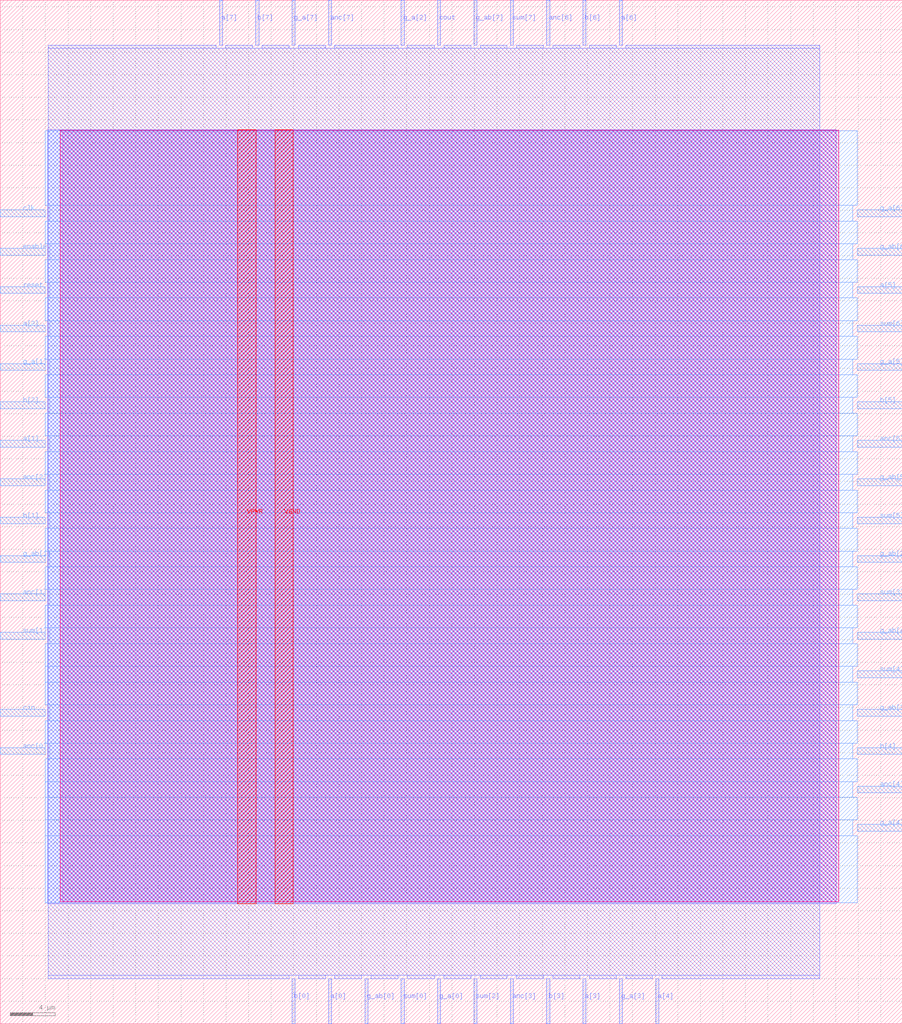
<source format=lef>
VERSION 5.7 ;
  NOWIREEXTENSIONATPIN ON ;
  DIVIDERCHAR "/" ;
  BUSBITCHARS "[]" ;
MACRO reversible_wrapper
  CLASS BLOCK ;
  FOREIGN reversible_wrapper ;
  ORIGIN 0.000 0.000 ;
  SIZE 79.885 BY 90.605 ;
  PIN VGND
    DIRECTION INOUT ;
    USE GROUND ;
    PORT
      LAYER met4 ;
        RECT 24.340 10.640 25.940 79.120 ;
    END
  END VGND
  PIN VPWR
    DIRECTION INOUT ;
    USE POWER ;
    PORT
      LAYER met4 ;
        RECT 21.040 10.640 22.640 79.120 ;
    END
  END VPWR
  PIN a[0]
    DIRECTION INPUT ;
    USE SIGNAL ;
    ANTENNAGATEAREA 0.196500 ;
    PORT
      LAYER met2 ;
        RECT 29.070 0.000 29.350 4.000 ;
    END
  END a[0]
  PIN a[1]
    DIRECTION INPUT ;
    USE SIGNAL ;
    ANTENNAGATEAREA 0.196500 ;
    PORT
      LAYER met3 ;
        RECT 0.000 51.040 4.000 51.640 ;
    END
  END a[1]
  PIN a[2]
    DIRECTION INPUT ;
    USE SIGNAL ;
    ANTENNAGATEAREA 0.196500 ;
    PORT
      LAYER met3 ;
        RECT 0.000 61.240 4.000 61.840 ;
    END
  END a[2]
  PIN a[3]
    DIRECTION INPUT ;
    USE SIGNAL ;
    ANTENNAGATEAREA 0.196500 ;
    PORT
      LAYER met2 ;
        RECT 51.610 0.000 51.890 4.000 ;
    END
  END a[3]
  PIN a[4]
    DIRECTION INPUT ;
    USE SIGNAL ;
    ANTENNAGATEAREA 0.196500 ;
    PORT
      LAYER met2 ;
        RECT 58.050 0.000 58.330 4.000 ;
    END
  END a[4]
  PIN a[5]
    DIRECTION INPUT ;
    USE SIGNAL ;
    ANTENNAGATEAREA 0.196500 ;
    PORT
      LAYER met3 ;
        RECT 75.885 64.640 79.885 65.240 ;
    END
  END a[5]
  PIN a[6]
    DIRECTION INPUT ;
    USE SIGNAL ;
    ANTENNAGATEAREA 0.196500 ;
    PORT
      LAYER met2 ;
        RECT 54.830 86.605 55.110 90.605 ;
    END
  END a[6]
  PIN a[7]
    DIRECTION INPUT ;
    USE SIGNAL ;
    ANTENNAGATEAREA 0.196500 ;
    PORT
      LAYER met2 ;
        RECT 19.410 86.605 19.690 90.605 ;
    END
  END a[7]
  PIN anc[0]
    DIRECTION INPUT ;
    USE SIGNAL ;
    ANTENNAGATEAREA 0.196500 ;
    PORT
      LAYER met3 ;
        RECT 0.000 23.840 4.000 24.440 ;
    END
  END anc[0]
  PIN anc[1]
    DIRECTION INPUT ;
    USE SIGNAL ;
    ANTENNAGATEAREA 0.196500 ;
    PORT
      LAYER met3 ;
        RECT 0.000 37.440 4.000 38.040 ;
    END
  END anc[1]
  PIN anc[2]
    DIRECTION INPUT ;
    USE SIGNAL ;
    ANTENNAGATEAREA 0.196500 ;
    PORT
      LAYER met3 ;
        RECT 0.000 47.640 4.000 48.240 ;
    END
  END anc[2]
  PIN anc[3]
    DIRECTION INPUT ;
    USE SIGNAL ;
    ANTENNAGATEAREA 0.196500 ;
    PORT
      LAYER met2 ;
        RECT 45.170 0.000 45.450 4.000 ;
    END
  END anc[3]
  PIN anc[4]
    DIRECTION INPUT ;
    USE SIGNAL ;
    ANTENNAGATEAREA 0.196500 ;
    PORT
      LAYER met3 ;
        RECT 75.885 20.440 79.885 21.040 ;
    END
  END anc[4]
  PIN anc[5]
    DIRECTION INPUT ;
    USE SIGNAL ;
    ANTENNAGATEAREA 0.196500 ;
    PORT
      LAYER met3 ;
        RECT 75.885 51.040 79.885 51.640 ;
    END
  END anc[5]
  PIN anc[6]
    DIRECTION INPUT ;
    USE SIGNAL ;
    ANTENNAGATEAREA 0.196500 ;
    PORT
      LAYER met2 ;
        RECT 48.390 86.605 48.670 90.605 ;
    END
  END anc[6]
  PIN anc[7]
    DIRECTION INPUT ;
    USE SIGNAL ;
    ANTENNAGATEAREA 0.196500 ;
    PORT
      LAYER met2 ;
        RECT 29.070 86.605 29.350 90.605 ;
    END
  END anc[7]
  PIN b[0]
    DIRECTION INPUT ;
    USE SIGNAL ;
    ANTENNAGATEAREA 0.196500 ;
    PORT
      LAYER met2 ;
        RECT 25.850 0.000 26.130 4.000 ;
    END
  END b[0]
  PIN b[1]
    DIRECTION INPUT ;
    USE SIGNAL ;
    ANTENNAGATEAREA 0.196500 ;
    PORT
      LAYER met3 ;
        RECT 0.000 44.240 4.000 44.840 ;
    END
  END b[1]
  PIN b[2]
    DIRECTION INPUT ;
    USE SIGNAL ;
    ANTENNAGATEAREA 0.196500 ;
    PORT
      LAYER met3 ;
        RECT 0.000 54.440 4.000 55.040 ;
    END
  END b[2]
  PIN b[3]
    DIRECTION INPUT ;
    USE SIGNAL ;
    ANTENNAGATEAREA 0.196500 ;
    PORT
      LAYER met2 ;
        RECT 48.390 0.000 48.670 4.000 ;
    END
  END b[3]
  PIN b[4]
    DIRECTION INPUT ;
    USE SIGNAL ;
    ANTENNAGATEAREA 0.196500 ;
    PORT
      LAYER met3 ;
        RECT 75.885 23.840 79.885 24.440 ;
    END
  END b[4]
  PIN b[5]
    DIRECTION INPUT ;
    USE SIGNAL ;
    ANTENNAGATEAREA 0.196500 ;
    PORT
      LAYER met3 ;
        RECT 75.885 54.440 79.885 55.040 ;
    END
  END b[5]
  PIN b[6]
    DIRECTION INPUT ;
    USE SIGNAL ;
    ANTENNAGATEAREA 0.196500 ;
    PORT
      LAYER met2 ;
        RECT 51.610 86.605 51.890 90.605 ;
    END
  END b[6]
  PIN b[7]
    DIRECTION INPUT ;
    USE SIGNAL ;
    ANTENNAGATEAREA 0.196500 ;
    PORT
      LAYER met2 ;
        RECT 22.630 86.605 22.910 90.605 ;
    END
  END b[7]
  PIN cin
    DIRECTION INPUT ;
    USE SIGNAL ;
    ANTENNAGATEAREA 0.196500 ;
    PORT
      LAYER met3 ;
        RECT 0.000 27.240 4.000 27.840 ;
    END
  END cin
  PIN clk
    DIRECTION INPUT ;
    USE SIGNAL ;
    ANTENNAGATEAREA 0.852000 ;
    PORT
      LAYER met3 ;
        RECT 0.000 71.440 4.000 72.040 ;
    END
  END clk
  PIN cout
    DIRECTION OUTPUT ;
    USE SIGNAL ;
    ANTENNADIFFAREA 0.445500 ;
    PORT
      LAYER met2 ;
        RECT 38.730 86.605 39.010 90.605 ;
    END
  END cout
  PIN enable
    DIRECTION INPUT ;
    USE SIGNAL ;
    ANTENNAGATEAREA 0.196500 ;
    PORT
      LAYER met3 ;
        RECT 0.000 68.040 4.000 68.640 ;
    END
  END enable
  PIN g_a[0]
    DIRECTION OUTPUT ;
    USE SIGNAL ;
    ANTENNADIFFAREA 0.445500 ;
    PORT
      LAYER met2 ;
        RECT 38.730 0.000 39.010 4.000 ;
    END
  END g_a[0]
  PIN g_a[1]
    DIRECTION OUTPUT ;
    USE SIGNAL ;
    ANTENNADIFFAREA 0.445500 ;
    PORT
      LAYER met3 ;
        RECT 0.000 57.840 4.000 58.440 ;
    END
  END g_a[1]
  PIN g_a[2]
    DIRECTION OUTPUT ;
    USE SIGNAL ;
    ANTENNADIFFAREA 0.445500 ;
    PORT
      LAYER met2 ;
        RECT 35.510 86.605 35.790 90.605 ;
    END
  END g_a[2]
  PIN g_a[3]
    DIRECTION OUTPUT ;
    USE SIGNAL ;
    ANTENNADIFFAREA 0.445500 ;
    PORT
      LAYER met2 ;
        RECT 54.830 0.000 55.110 4.000 ;
    END
  END g_a[3]
  PIN g_a[4]
    DIRECTION OUTPUT ;
    USE SIGNAL ;
    ANTENNADIFFAREA 0.445500 ;
    PORT
      LAYER met3 ;
        RECT 75.885 17.040 79.885 17.640 ;
    END
  END g_a[4]
  PIN g_a[5]
    DIRECTION OUTPUT ;
    USE SIGNAL ;
    ANTENNADIFFAREA 0.445500 ;
    PORT
      LAYER met3 ;
        RECT 75.885 57.840 79.885 58.440 ;
    END
  END g_a[5]
  PIN g_a[6]
    DIRECTION OUTPUT ;
    USE SIGNAL ;
    ANTENNADIFFAREA 0.445500 ;
    PORT
      LAYER met3 ;
        RECT 75.885 71.440 79.885 72.040 ;
    END
  END g_a[6]
  PIN g_a[7]
    DIRECTION OUTPUT ;
    USE SIGNAL ;
    ANTENNADIFFAREA 0.445500 ;
    PORT
      LAYER met2 ;
        RECT 25.850 86.605 26.130 90.605 ;
    END
  END g_a[7]
  PIN g_ab[0]
    DIRECTION OUTPUT ;
    USE SIGNAL ;
    ANTENNADIFFAREA 0.445500 ;
    PORT
      LAYER met2 ;
        RECT 32.290 0.000 32.570 4.000 ;
    END
  END g_ab[0]
  PIN g_ab[1]
    DIRECTION OUTPUT ;
    USE SIGNAL ;
    ANTENNADIFFAREA 0.445500 ;
    PORT
      LAYER met3 ;
        RECT 0.000 40.840 4.000 41.440 ;
    END
  END g_ab[1]
  PIN g_ab[2]
    DIRECTION OUTPUT ;
    USE SIGNAL ;
    ANTENNADIFFAREA 0.445500 ;
    PORT
      LAYER met3 ;
        RECT 75.885 40.840 79.885 41.440 ;
    END
  END g_ab[2]
  PIN g_ab[3]
    DIRECTION OUTPUT ;
    USE SIGNAL ;
    ANTENNADIFFAREA 0.445500 ;
    PORT
      LAYER met3 ;
        RECT 75.885 27.240 79.885 27.840 ;
    END
  END g_ab[3]
  PIN g_ab[4]
    DIRECTION OUTPUT ;
    USE SIGNAL ;
    ANTENNADIFFAREA 0.445500 ;
    PORT
      LAYER met3 ;
        RECT 75.885 34.040 79.885 34.640 ;
    END
  END g_ab[4]
  PIN g_ab[5]
    DIRECTION OUTPUT ;
    USE SIGNAL ;
    ANTENNADIFFAREA 0.445500 ;
    PORT
      LAYER met3 ;
        RECT 75.885 47.640 79.885 48.240 ;
    END
  END g_ab[5]
  PIN g_ab[6]
    DIRECTION OUTPUT ;
    USE SIGNAL ;
    ANTENNADIFFAREA 0.445500 ;
    PORT
      LAYER met3 ;
        RECT 75.885 68.040 79.885 68.640 ;
    END
  END g_ab[6]
  PIN g_ab[7]
    DIRECTION OUTPUT ;
    USE SIGNAL ;
    ANTENNADIFFAREA 0.445500 ;
    PORT
      LAYER met2 ;
        RECT 41.950 86.605 42.230 90.605 ;
    END
  END g_ab[7]
  PIN reset
    DIRECTION INPUT ;
    USE SIGNAL ;
    ANTENNAGATEAREA 0.196500 ;
    PORT
      LAYER met3 ;
        RECT 0.000 64.640 4.000 65.240 ;
    END
  END reset
  PIN sum[0]
    DIRECTION OUTPUT ;
    USE SIGNAL ;
    ANTENNADIFFAREA 0.445500 ;
    PORT
      LAYER met2 ;
        RECT 35.510 0.000 35.790 4.000 ;
    END
  END sum[0]
  PIN sum[1]
    DIRECTION OUTPUT ;
    USE SIGNAL ;
    ANTENNADIFFAREA 0.445500 ;
    PORT
      LAYER met3 ;
        RECT 0.000 34.040 4.000 34.640 ;
    END
  END sum[1]
  PIN sum[2]
    DIRECTION OUTPUT ;
    USE SIGNAL ;
    ANTENNADIFFAREA 0.445500 ;
    PORT
      LAYER met2 ;
        RECT 41.950 0.000 42.230 4.000 ;
    END
  END sum[2]
  PIN sum[3]
    DIRECTION OUTPUT ;
    USE SIGNAL ;
    ANTENNADIFFAREA 0.445500 ;
    PORT
      LAYER met3 ;
        RECT 75.885 37.440 79.885 38.040 ;
    END
  END sum[3]
  PIN sum[4]
    DIRECTION OUTPUT ;
    USE SIGNAL ;
    ANTENNADIFFAREA 0.445500 ;
    PORT
      LAYER met3 ;
        RECT 75.885 30.640 79.885 31.240 ;
    END
  END sum[4]
  PIN sum[5]
    DIRECTION OUTPUT ;
    USE SIGNAL ;
    ANTENNADIFFAREA 0.445500 ;
    PORT
      LAYER met3 ;
        RECT 75.885 44.240 79.885 44.840 ;
    END
  END sum[5]
  PIN sum[6]
    DIRECTION OUTPUT ;
    USE SIGNAL ;
    ANTENNADIFFAREA 0.445500 ;
    PORT
      LAYER met3 ;
        RECT 75.885 61.240 79.885 61.840 ;
    END
  END sum[6]
  PIN sum[7]
    DIRECTION OUTPUT ;
    USE SIGNAL ;
    ANTENNADIFFAREA 0.445500 ;
    PORT
      LAYER met2 ;
        RECT 45.170 86.605 45.450 90.605 ;
    END
  END sum[7]
  OBS
      LAYER nwell ;
        RECT 5.330 10.795 74.250 79.070 ;
      LAYER li1 ;
        RECT 5.520 10.795 74.060 78.965 ;
      LAYER met1 ;
        RECT 4.210 10.640 74.060 79.120 ;
      LAYER met2 ;
        RECT 4.230 86.325 19.130 86.605 ;
        RECT 19.970 86.325 22.350 86.605 ;
        RECT 23.190 86.325 25.570 86.605 ;
        RECT 26.410 86.325 28.790 86.605 ;
        RECT 29.630 86.325 35.230 86.605 ;
        RECT 36.070 86.325 38.450 86.605 ;
        RECT 39.290 86.325 41.670 86.605 ;
        RECT 42.510 86.325 44.890 86.605 ;
        RECT 45.730 86.325 48.110 86.605 ;
        RECT 48.950 86.325 51.330 86.605 ;
        RECT 52.170 86.325 54.550 86.605 ;
        RECT 55.390 86.325 72.590 86.605 ;
        RECT 4.230 4.280 72.590 86.325 ;
        RECT 4.230 4.000 25.570 4.280 ;
        RECT 26.410 4.000 28.790 4.280 ;
        RECT 29.630 4.000 32.010 4.280 ;
        RECT 32.850 4.000 35.230 4.280 ;
        RECT 36.070 4.000 38.450 4.280 ;
        RECT 39.290 4.000 41.670 4.280 ;
        RECT 42.510 4.000 44.890 4.280 ;
        RECT 45.730 4.000 48.110 4.280 ;
        RECT 48.950 4.000 51.330 4.280 ;
        RECT 52.170 4.000 54.550 4.280 ;
        RECT 55.390 4.000 57.770 4.280 ;
        RECT 58.610 4.000 72.590 4.280 ;
      LAYER met3 ;
        RECT 3.990 72.440 75.885 79.045 ;
        RECT 4.400 71.040 75.485 72.440 ;
        RECT 3.990 69.040 75.885 71.040 ;
        RECT 4.400 67.640 75.485 69.040 ;
        RECT 3.990 65.640 75.885 67.640 ;
        RECT 4.400 64.240 75.485 65.640 ;
        RECT 3.990 62.240 75.885 64.240 ;
        RECT 4.400 60.840 75.485 62.240 ;
        RECT 3.990 58.840 75.885 60.840 ;
        RECT 4.400 57.440 75.485 58.840 ;
        RECT 3.990 55.440 75.885 57.440 ;
        RECT 4.400 54.040 75.485 55.440 ;
        RECT 3.990 52.040 75.885 54.040 ;
        RECT 4.400 50.640 75.485 52.040 ;
        RECT 3.990 48.640 75.885 50.640 ;
        RECT 4.400 47.240 75.485 48.640 ;
        RECT 3.990 45.240 75.885 47.240 ;
        RECT 4.400 43.840 75.485 45.240 ;
        RECT 3.990 41.840 75.885 43.840 ;
        RECT 4.400 40.440 75.485 41.840 ;
        RECT 3.990 38.440 75.885 40.440 ;
        RECT 4.400 37.040 75.485 38.440 ;
        RECT 3.990 35.040 75.885 37.040 ;
        RECT 4.400 33.640 75.485 35.040 ;
        RECT 3.990 31.640 75.885 33.640 ;
        RECT 3.990 30.240 75.485 31.640 ;
        RECT 3.990 28.240 75.885 30.240 ;
        RECT 4.400 26.840 75.485 28.240 ;
        RECT 3.990 24.840 75.885 26.840 ;
        RECT 4.400 23.440 75.485 24.840 ;
        RECT 3.990 21.440 75.885 23.440 ;
        RECT 3.990 20.040 75.485 21.440 ;
        RECT 3.990 18.040 75.885 20.040 ;
        RECT 3.990 16.640 75.485 18.040 ;
        RECT 3.990 10.715 75.885 16.640 ;
  END
END reversible_wrapper
END LIBRARY


</source>
